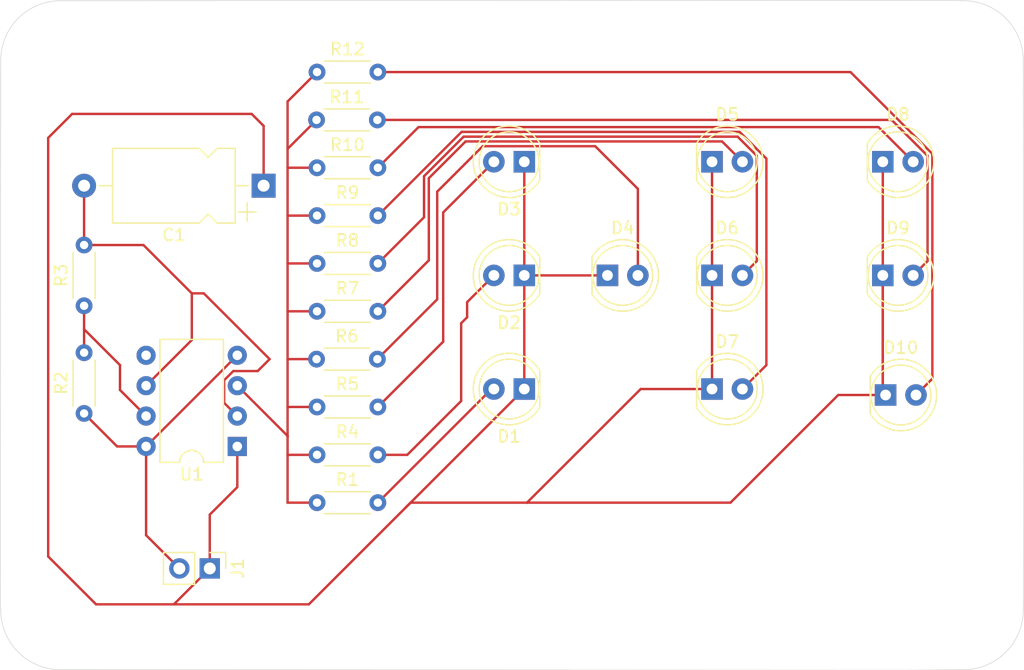
<source format=kicad_pcb>
(kicad_pcb (version 20240108) (generator "pcbnew") (generator_version "8.0")
  (layers (0 "F.Cu" signal) (31 "B.Cu" signal) (34 "B.Paste" user) (35 "F.Paste" user) (36 "B.SilkS" user "B.Silkscreen") (37 "F.SilkS" user "F.Silkscreen") (38 "B.Mask" user) (39 "F.Mask" user) (44 "Edge.Cuts" user))
  (net 0 "")
  (net 1 "Net-(U1-DIS)")
  (net 2 "GND")
  (net 3 "Net-(U1-THR)")
  (net 4 "Net-(U1-Q)")
  (net 5 "Net-(D1-A)")
  (net 6 "VCC")
  (net 8 "Net-(D2-A)")
  (net 9 "Net-(D3-A)")
  (net 10 "Net-(D4-A)")
  (net 11 "Net-(D5-A)")
  (net 12 "Net-(D6-A)")
  (net 13 "Net-(D7-A)")
  (net 14 "Net-(D8-A)")
  (net 15 "Net-(D9-A)")
  (net 16 "Net-(D10-A)")
  (footprint "Resistor_THT:R_Axial_DIN0204_L3.6mm_D1.6mm_P5.08mm_Horizontal" (layer "F.Cu") (at 128.92 83.5)
    (property "Reference" "R11" (at 2.54 -1.92 0) (layer "F.SilkS"))
    (property "Value" "330r")
    (fp_line (start 0.62 -0.92) (end 4.46 -0.92) (stroke (width 0.12)) (layer "F.SilkS"))
    (fp_line (start 0.62 0.92) (end 4.46 0.92) (stroke (width 0.12)) (layer "F.SilkS"))
    (pad "1" thru_hole circle (at 0 0) (size 1.4 1.4) (drill 0.7) (layers "*.Cu" "*.Mask") (net 4 "Net-(U1-Q)"))
    (pad "2" thru_hole oval (at 5.08 0) (size 1.4 1.4) (drill 0.7) (layers "*.Cu" "*.Mask") (net 15 "Net-(D9-A)"))
  )
  (footprint "LED_THT:LED_D5.0mm" (layer "F.Cu") (at 176.225 87)
    (property "Reference" "D8" (at 1.27 -3.96 0) (layer "F.SilkS"))
    (property "Value" "LED")
    (fp_line (start -1.29 -1.545) (end -1.29 1.545) (stroke (width 0.12)) (layer "F.SilkS"))
    (fp_arc (start -1.29 -1.54483) (mid 2.072002 -2.880433) (end 4.26 0.000462) (stroke (width 0.12)) (layer "F.SilkS"))
    (fp_arc (start 4.26 -0.000462) (mid 2.072002 2.880433) (end -1.29 1.54483) (stroke (width 0.12)) (layer "F.SilkS"))
    (fp_circle (center 1.27 0) (end 3.77 0) (stroke (width 0.12)) (fill none) (layer "F.SilkS"))
    (pad "1" thru_hole rect (at 0 0) (size 1.8 1.8) (drill 0.9) (layers "*.Cu" "*.Mask") (net 2 "GND"))
    (pad "2" thru_hole circle (at 2.54 0) (size 1.8 1.8) (drill 0.9) (layers "*.Cu" "*.Mask") (net 14 "Net-(D8-A)"))
  )
  (footprint "Resistor_THT:R_Axial_DIN0204_L3.6mm_D1.6mm_P5.08mm_Horizontal" (layer "F.Cu") (at 128.92 103.5)
    (property "Reference" "R6" (at 2.54 -1.92 0) (layer "F.SilkS"))
    (property "Value" "330r")
    (fp_line (start 0.62 -0.92) (end 4.46 -0.92) (stroke (width 0.12)) (layer "F.SilkS"))
    (fp_line (start 0.62 0.92) (end 4.46 0.92) (stroke (width 0.12)) (layer "F.SilkS"))
    (pad "1" thru_hole circle (at 0 0) (size 1.4 1.4) (drill 0.7) (layers "*.Cu" "*.Mask") (net 4 "Net-(U1-Q)"))
    (pad "2" thru_hole oval (at 5.08 0) (size 1.4 1.4) (drill 0.7) (layers "*.Cu" "*.Mask") (net 10 "Net-(D4-A)"))
  )
  (footprint "Resistor_THT:R_Axial_DIN0204_L3.6mm_D1.6mm_P5.08mm_Horizontal" (layer "F.Cu") (at 128.96 115.5)
    (property "Reference" "R1" (at 2.54 -1.92 0) (layer "F.SilkS"))
    (property "Value" "330r")
    (fp_line (start 0.62 -0.92) (end 4.46 -0.92) (stroke (width 0.12)) (layer "F.SilkS"))
    (fp_line (start 0.62 0.92) (end 4.46 0.92) (stroke (width 0.12)) (layer "F.SilkS"))
    (pad "1" thru_hole circle (at 0 0) (size 1.4 1.4) (drill 0.7) (layers "*.Cu" "*.Mask") (net 4 "Net-(U1-Q)"))
    (pad "2" thru_hole oval (at 5.08 0) (size 1.4 1.4) (drill 0.7) (layers "*.Cu" "*.Mask") (net 5 "Net-(D1-A)"))
  )
  (footprint "LED_THT:LED_D5.0mm" (layer "F.Cu") (at 146.275 87 180)
    (property "Reference" "D3" (at 1.27 -3.96 360) (layer "F.SilkS"))
    (property "Value" "LED")
    (fp_line (start -1.29 -1.545) (end -1.29 1.545) (stroke (width 0.12)) (layer "F.SilkS"))
    (fp_arc (start 4.26 -0.000462) (mid 2.072002 2.880433) (end -1.29 1.54483) (stroke (width 0.12)) (layer "F.SilkS"))
    (fp_arc (start -1.29 -1.54483) (mid 2.072002 -2.880433) (end 4.26 0.000462) (stroke (width 0.12)) (layer "F.SilkS"))
    (fp_circle (center 1.27 0) (end 3.77 0) (stroke (width 0.12)) (fill none) (layer "F.SilkS"))
    (pad "1" thru_hole rect (at 0 0 180) (size 1.8 1.8) (drill 0.9) (layers "*.Cu" "*.Mask") (net 2 "GND"))
    (pad "2" thru_hole circle (at 2.54 0 180) (size 1.8 1.8) (drill 0.9) (layers "*.Cu" "*.Mask") (net 9 "Net-(D3-A)"))
  )
  (footprint "Resistor_THT:R_Axial_DIN0204_L3.6mm_D1.6mm_P5.08mm_Horizontal" (layer "F.Cu") (at 128.96 95.5)
    (property "Reference" "R8" (at 2.54 -1.92 0) (layer "F.SilkS"))
    (property "Value" "330r")
    (fp_line (start 0.62 -0.92) (end 4.46 -0.92) (stroke (width 0.12)) (layer "F.SilkS"))
    (fp_line (start 0.62 0.92) (end 4.46 0.92) (stroke (width 0.12)) (layer "F.SilkS"))
    (pad "1" thru_hole circle (at 0 0) (size 1.4 1.4) (drill 0.7) (layers "*.Cu" "*.Mask") (net 4 "Net-(U1-Q)"))
    (pad "2" thru_hole oval (at 5.08 0) (size 1.4 1.4) (drill 0.7) (layers "*.Cu" "*.Mask") (net 12 "Net-(D6-A)"))
  )
  (footprint "LED_THT:LED_D5.0mm" (layer "F.Cu") (at 161.96 96.5)
    (property "Reference" "D6" (at 1.27 -3.96 0) (layer "F.SilkS"))
    (property "Value" "LED")
    (fp_line (start -1.29 -1.545) (end -1.29 1.545) (stroke (width 0.12)) (layer "F.SilkS"))
    (fp_arc (start -1.29 -1.54483) (mid 2.072002 -2.880433) (end 4.26 0.000462) (stroke (width 0.12)) (layer "F.SilkS"))
    (fp_arc (start 4.26 -0.000462) (mid 2.072002 2.880433) (end -1.29 1.54483) (stroke (width 0.12)) (layer "F.SilkS"))
    (fp_circle (center 1.27 0) (end 3.77 0) (stroke (width 0.12)) (fill none) (layer "F.SilkS"))
    (pad "1" thru_hole rect (at 0 0) (size 1.8 1.8) (drill 0.9) (layers "*.Cu" "*.Mask") (net 2 "GND"))
    (pad "2" thru_hole circle (at 2.54 0) (size 1.8 1.8) (drill 0.9) (layers "*.Cu" "*.Mask") (net 12 "Net-(D6-A)"))
  )
  (footprint "Resistor_THT:R_Axial_DIN0204_L3.6mm_D1.6mm_P5.08mm_Horizontal" (layer "F.Cu") (at 128.96 87.5)
    (property "Reference" "R10" (at 2.54 -1.92 0) (layer "F.SilkS"))
    (property "Value" "330r")
    (fp_line (start 0.62 -0.92) (end 4.46 -0.92) (stroke (width 0.12)) (layer "F.SilkS"))
    (fp_line (start 0.62 0.92) (end 4.46 0.92) (stroke (width 0.12)) (layer "F.SilkS"))
    (pad "1" thru_hole circle (at 0 0) (size 1.4 1.4) (drill 0.7) (layers "*.Cu" "*.Mask") (net 4 "Net-(U1-Q)"))
    (pad "2" thru_hole oval (at 5.08 0) (size 1.4 1.4) (drill 0.7) (layers "*.Cu" "*.Mask") (net 14 "Net-(D8-A)"))
  )
  (footprint "LED_THT:LED_D5.0mm" (layer "F.Cu") (at 161.96 87)
    (property "Reference" "D5" (at 1.27 -3.96 0) (layer "F.SilkS"))
    (property "Value" "LED")
    (fp_line (start -1.29 -1.545) (end -1.29 1.545) (stroke (width 0.12)) (layer "F.SilkS"))
    (fp_arc (start -1.29 -1.54483) (mid 2.072002 -2.880433) (end 4.26 0.000462) (stroke (width 0.12)) (layer "F.SilkS"))
    (fp_arc (start 4.26 -0.000462) (mid 2.072002 2.880433) (end -1.29 1.54483) (stroke (width 0.12)) (layer "F.SilkS"))
    (fp_circle (center 1.27 0) (end 3.77 0) (stroke (width 0.12)) (fill none) (layer "F.SilkS"))
    (pad "1" thru_hole rect (at 0 0) (size 1.8 1.8) (drill 0.9) (layers "*.Cu" "*.Mask") (net 2 "GND"))
    (pad "2" thru_hole circle (at 2.54 0) (size 1.8 1.8) (drill 0.9) (layers "*.Cu" "*.Mask") (net 11 "Net-(D5-A)"))
  )
  (footprint "Resistor_THT:R_Axial_DIN0204_L3.6mm_D1.6mm_P5.08mm_Horizontal" (layer "F.Cu") (at 128.96 91.5)
    (property "Reference" "R9" (at 2.54 -1.92 0) (layer "F.SilkS"))
    (property "Value" "330r")
    (fp_line (start 0.62 -0.92) (end 4.46 -0.92) (stroke (width 0.12)) (layer "F.SilkS"))
    (fp_line (start 0.62 0.92) (end 4.46 0.92) (stroke (width 0.12)) (layer "F.SilkS"))
    (pad "1" thru_hole circle (at 0 0) (size 1.4 1.4) (drill 0.7) (layers "*.Cu" "*.Mask") (net 4 "Net-(U1-Q)"))
    (pad "2" thru_hole oval (at 5.08 0) (size 1.4 1.4) (drill 0.7) (layers "*.Cu" "*.Mask") (net 13 "Net-(D7-A)"))
  )
  (footprint "Package_DIP:DIP-8_W7.62mm" (layer "F.Cu") (at 122.3 110.8 180)
    (property "Reference" "U1" (at 3.81 -2.33 360) (layer "F.SilkS"))
    (property "Value" "NE555P")
    (fp_line (start 6.46 8.95) (end 6.46 -1.33) (stroke (width 0.12)) (layer "F.SilkS"))
    (fp_line (start 6.46 -1.33) (end 4.81 -1.33) (stroke (width 0.12)) (layer "F.SilkS"))
    (fp_line (start 2.81 -1.33) (end 1.16 -1.33) (stroke (width 0.12)) (layer "F.SilkS"))
    (fp_line (start 1.16 8.95) (end 6.46 8.95) (stroke (width 0.12)) (layer "F.SilkS"))
    (fp_line (start 1.16 -1.33) (end 1.16 8.95) (stroke (width 0.12)) (layer "F.SilkS"))
    (fp_arc (start 4.81 -1.33) (mid 3.81 -0.33) (end 2.81 -1.33) (stroke (width 0.12)) (layer "F.SilkS"))
    (pad "1" thru_hole rect (at 0 0 180) (size 1.6 1.6) (drill 0.8) (layers "*.Cu" "*.Mask") (net 2 "GND"))
    (pad "2" thru_hole oval (at 0 2.54 180) (size 1.6 1.6) (drill 0.8) (layers "*.Cu" "*.Mask") (net 3 "Net-(U1-THR)"))
    (pad "3" thru_hole oval (at 0 5.08 180) (size 1.6 1.6) (drill 0.8) (layers "*.Cu" "*.Mask") (net 4 "Net-(U1-Q)"))
    (pad "4" thru_hole oval (at 0 7.62 180) (size 1.6 1.6) (drill 0.8) (layers "*.Cu" "*.Mask") (net 6 "VCC"))
    (pad "5" thru_hole oval (at 7.62 7.62 180) (size 1.6 1.6) (drill 0.8) (layers "*.Cu" "*.Mask"))
    (pad "6" thru_hole oval (at 7.62 5.08 180) (size 1.6 1.6) (drill 0.8) (layers "*.Cu" "*.Mask") (net 3 "Net-(U1-THR)"))
    (pad "7" thru_hole oval (at 7.62 2.54 180) (size 1.6 1.6) (drill 0.8) (layers "*.Cu" "*.Mask") (net 1 "Net-(U1-DIS)"))
    (pad "8" thru_hole oval (at 7.62 0 180) (size 1.6 1.6) (drill 0.8) (layers "*.Cu" "*.Mask") (net 6 "VCC"))
  )
  (footprint "Capacitor_THT:CP_Axial_L10.0mm_D6.0mm_P15.00mm_Horizontal" (layer "F.Cu") (at 124.5 89 180)
    (property "Reference" "C1" (at 7.5 -4.12 360) (layer "F.SilkS"))
    (property "Value" "C")
    (fp_line (start 13.76 0) (end 12.62 0) (stroke (width 0.12)) (layer "F.SilkS"))
    (fp_line (start 12.62 -3.12) (end 12.62 3.12) (stroke (width 0.12)) (layer "F.SilkS"))
    (fp_line (start 5.38 3.12) (end 12.62 3.12) (stroke (width 0.12)) (layer "F.SilkS"))
    (fp_line (start 5.38 -3.12) (end 12.62 -3.12) (stroke (width 0.12)) (layer "F.SilkS"))
    (fp_line (start 4.63 2.37) (end 5.38 3.12) (stroke (width 0.12)) (layer "F.SilkS"))
    (fp_line (start 4.63 -2.37) (end 5.38 -3.12) (stroke (width 0.12)) (layer "F.SilkS"))
    (fp_line (start 3.88 3.12) (end 4.63 2.37) (stroke (width 0.12)) (layer "F.SilkS"))
    (fp_line (start 3.88 -3.12) (end 4.63 -2.37) (stroke (width 0.12)) (layer "F.SilkS"))
    (fp_line (start 2.38 3.12) (end 3.88 3.12) (stroke (width 0.12)) (layer "F.SilkS"))
    (fp_line (start 2.38 -3.12) (end 3.88 -3.12) (stroke (width 0.12)) (layer "F.SilkS"))
    (fp_line (start 2.38 -3.12) (end 2.38 3.12) (stroke (width 0.12)) (layer "F.SilkS"))
    (fp_line (start 1.38 -2.95) (end 1.38 -1.45) (stroke (width 0.12)) (layer "F.SilkS"))
    (fp_line (start 1.24 0) (end 2.38 0) (stroke (width 0.12)) (layer "F.SilkS"))
    (fp_line (start 0.63 -2.2) (end 2.13 -2.2) (stroke (width 0.12)) (layer "F.SilkS"))
    (pad "1" thru_hole rect (at 0 0 180) (size 2 2) (drill 1) (layers "*.Cu" "*.Mask") (net 2 "GND"))
    (pad "2" thru_hole oval (at 15 0 180) (size 2 2) (drill 1) (layers "*.Cu" "*.Mask") (net 3 "Net-(U1-THR)"))
  )
  (footprint "Resistor_THT:R_Axial_DIN0204_L3.6mm_D1.6mm_P5.08mm_Horizontal" (layer "F.Cu") (at 128.96 79.5)
    (property "Reference" "R12" (at 2.54 -1.92 0) (layer "F.SilkS"))
    (property "Value" "330r")
    (fp_line (start 0.62 -0.92) (end 4.46 -0.92) (stroke (width 0.12)) (layer "F.SilkS"))
    (fp_line (start 0.62 0.92) (end 4.46 0.92) (stroke (width 0.12)) (layer "F.SilkS"))
    (pad "1" thru_hole circle (at 0 0) (size 1.4 1.4) (drill 0.7) (layers "*.Cu" "*.Mask") (net 4 "Net-(U1-Q)"))
    (pad "2" thru_hole oval (at 5.08 0) (size 1.4 1.4) (drill 0.7) (layers "*.Cu" "*.Mask") (net 16 "Net-(D10-A)"))
  )
  (footprint "LED_THT:LED_D5.0mm" (layer "F.Cu") (at 146.275 96.5 180)
    (property "Reference" "D2" (at 1.27 -3.96 360) (layer "F.SilkS"))
    (property "Value" "LED")
    (fp_line (start -1.29 -1.545) (end -1.29 1.545) (stroke (width 0.12)) (layer "F.SilkS"))
    (fp_arc (start 4.26 -0.000462) (mid 2.072002 2.880433) (end -1.29 1.54483) (stroke (width 0.12)) (layer "F.SilkS"))
    (fp_arc (start -1.29 -1.54483) (mid 2.072002 -2.880433) (end 4.26 0.000462) (stroke (width 0.12)) (layer "F.SilkS"))
    (fp_circle (center 1.27 0) (end 3.77 0) (stroke (width 0.12)) (fill none) (layer "F.SilkS"))
    (pad "1" thru_hole rect (at 0 0 180) (size 1.8 1.8) (drill 0.9) (layers "*.Cu" "*.Mask") (net 2 "GND"))
    (pad "2" thru_hole circle (at 2.54 0 180) (size 1.8 1.8) (drill 0.9) (layers "*.Cu" "*.Mask") (net 8 "Net-(D2-A)"))
  )
  (footprint "Resistor_THT:R_Axial_DIN0204_L3.6mm_D1.6mm_P5.08mm_Horizontal" (layer "F.Cu") (at 128.96 107.5)
    (property "Reference" "R5" (at 2.54 -1.92 0) (layer "F.SilkS"))
    (property "Value" "330r")
    (fp_line (start 0.62 -0.92) (end 4.46 -0.92) (stroke (width 0.12)) (layer "F.SilkS"))
    (fp_line (start 0.62 0.92) (end 4.46 0.92) (stroke (width 0.12)) (layer "F.SilkS"))
    (pad "1" thru_hole circle (at 0 0) (size 1.4 1.4) (drill 0.7) (layers "*.Cu" "*.Mask") (net 4 "Net-(U1-Q)"))
    (pad "2" thru_hole oval (at 5.08 0) (size 1.4 1.4) (drill 0.7) (layers "*.Cu" "*.Mask") (net 9 "Net-(D3-A)"))
  )
  (footprint "Resistor_THT:R_Axial_DIN0204_L3.6mm_D1.6mm_P5.08mm_Horizontal" (layer "F.Cu") (at 128.96 99.5)
    (property "Reference" "R7" (at 2.54 -1.92 0) (layer "F.SilkS"))
    (property "Value" "330r")
    (fp_line (start 0.62 -0.92) (end 4.46 -0.92) (stroke (width 0.12)) (layer "F.SilkS"))
    (fp_line (start 0.62 0.92) (end 4.46 0.92) (stroke (width 0.12)) (layer "F.SilkS"))
    (pad "1" thru_hole circle (at 0 0) (size 1.4 1.4) (drill 0.7) (layers "*.Cu" "*.Mask") (net 4 "Net-(U1-Q)"))
    (pad "2" thru_hole oval (at 5.08 0) (size 1.4 1.4) (drill 0.7) (layers "*.Cu" "*.Mask") (net 11 "Net-(D5-A)"))
  )
  (footprint "Resistor_THT:R_Axial_DIN0204_L3.6mm_D1.6mm_P5.08mm_Horizontal" (layer "F.Cu") (at 109.5 99.04 90)
    (property "Reference" "R3" (at 2.54 -1.92 90) (layer "F.SilkS"))
    (property "Value" "470r")
    (fp_line (start 0.62 -0.92) (end 4.46 -0.92) (stroke (width 0.12)) (layer "F.SilkS"))
    (fp_line (start 0.62 0.92) (end 4.46 0.92) (stroke (width 0.12)) (layer "F.SilkS"))
    (pad "1" thru_hole circle (at 0 0 90) (size 1.4 1.4) (drill 0.7) (layers "*.Cu" "*.Mask") (net 1 "Net-(U1-DIS)"))
    (pad "2" thru_hole oval (at 5.08 0 90) (size 1.4 1.4) (drill 0.7) (layers "*.Cu" "*.Mask") (net 3 "Net-(U1-THR)"))
  )
  (footprint "LED_THT:LED_D5.0mm" (layer "F.Cu") (at 176.225 96.5)
    (property "Reference" "D9" (at 1.27 -3.96 0) (layer "F.SilkS"))
    (property "Value" "LED")
    (fp_line (start -1.29 -1.545) (end -1.29 1.545) (stroke (width 0.12)) (layer "F.SilkS"))
    (fp_arc (start -1.29 -1.54483) (mid 2.072002 -2.880433) (end 4.26 0.000462) (stroke (width 0.12)) (layer "F.SilkS"))
    (fp_arc (start 4.26 -0.000462) (mid 2.072002 2.880433) (end -1.29 1.54483) (stroke (width 0.12)) (layer "F.SilkS"))
    (fp_circle (center 1.27 0) (end 3.77 0) (stroke (width 0.12)) (fill none) (layer "F.SilkS"))
    (pad "1" thru_hole rect (at 0 0) (size 1.8 1.8) (drill 0.9) (layers "*.Cu" "*.Mask") (net 2 "GND"))
    (pad "2" thru_hole circle (at 2.54 0) (size 1.8 1.8) (drill 0.9) (layers "*.Cu" "*.Mask") (net 15 "Net-(D9-A)"))
  )
  (footprint "LED_THT:LED_D5.0mm" (layer "F.Cu") (at 176.46 106.5)
    (property "Reference" "D10" (at 1.27 -3.96 0) (layer "F.SilkS"))
    (property "Value" "LED")
    (fp_line (start -1.29 -1.545) (end -1.29 1.545) (stroke (width 0.12)) (layer "F.SilkS"))
    (fp_arc (start -1.29 -1.54483) (mid 2.072002 -2.880433) (end 4.26 0.000462) (stroke (width 0.12)) (layer "F.SilkS"))
    (fp_arc (start 4.26 -0.000462) (mid 2.072002 2.880433) (end -1.29 1.54483) (stroke (width 0.12)) (layer "F.SilkS"))
    (fp_circle (center 1.27 0) (end 3.77 0) (stroke (width 0.12)) (fill none) (layer "F.SilkS"))
    (pad "1" thru_hole rect (at 0 0) (size 1.8 1.8) (drill 0.9) (layers "*.Cu" "*.Mask") (net 2 "GND"))
    (pad "2" thru_hole circle (at 2.54 0) (size 1.8 1.8) (drill 0.9) (layers "*.Cu" "*.Mask") (net 16 "Net-(D10-A)"))
  )
  (footprint "Connector_PinHeader_2.54mm:PinHeader_1x02_P2.54mm_Vertical" (layer "F.Cu") (at 120 121 -90)
    (property "Reference" "J1" (at 0 -2.33 90) (layer "F.SilkS"))
    (property "Value" "Conn_01x02")
    (fp_line (start -1.33 3.87) (end 1.33 3.87) (stroke (width 0.12)) (layer "F.SilkS"))
    (fp_line (start -1.33 1.27) (end -1.33 3.87) (stroke (width 0.12)) (layer "F.SilkS"))
    (fp_line (start -1.33 1.27) (end 1.33 1.27) (stroke (width 0.12)) (layer "F.SilkS"))
    (fp_line (start 1.33 1.27) (end 1.33 3.87) (stroke (width 0.12)) (layer "F.SilkS"))
    (fp_line (start -1.33 0) (end -1.33 -1.33) (stroke (width 0.12)) (layer "F.SilkS"))
    (fp_line (start -1.33 -1.33) (end 0 -1.33) (stroke (width 0.12)) (layer "F.SilkS"))
    (pad "1" thru_hole rect (at 0 0 270) (size 1.7 1.7) (drill 1) (layers "*.Cu" "*.Mask") (net 2 "GND"))
    (pad "2" thru_hole oval (at 0 2.54 270) (size 1.7 1.7) (drill 1) (layers "*.Cu" "*.Mask") (net 6 "VCC"))
  )
  (footprint "Resistor_THT:R_Axial_DIN0204_L3.6mm_D1.6mm_P5.08mm_Horizontal" (layer "F.Cu") (at 128.96 111.5)
    (property "Reference" "R4" (at 2.54 -1.92 0) (layer "F.SilkS"))
    (property "Value" "330r")
    (fp_line (start 0.62 -0.92) (end 4.46 -0.92) (stroke (width 0.12)) (layer "F.SilkS"))
    (fp_line (start 0.62 0.92) (end 4.46 0.92) (stroke (width 0.12)) (layer "F.SilkS"))
    (pad "1" thru_hole circle (at 0 0) (size 1.4 1.4) (drill 0.7) (layers "*.Cu" "*.Mask") (net 4 "Net-(U1-Q)"))
    (pad "2" thru_hole oval (at 5.08 0) (size 1.4 1.4) (drill 0.7) (layers "*.Cu" "*.Mask") (net 8 "Net-(D2-A)"))
  )
  (footprint "Resistor_THT:R_Axial_DIN0204_L3.6mm_D1.6mm_P5.08mm_Horizontal" (layer "F.Cu") (at 109.5 108.04 90)
    (property "Reference" "R2" (at 2.54 -1.92 90) (layer "F.SilkS"))
    (property "Value" "1k")
    (fp_line (start 0.62 -0.92) (end 4.46 -0.92) (stroke (width 0.12)) (layer "F.SilkS"))
    (fp_line (start 0.62 0.92) (end 4.46 0.92) (stroke (width 0.12)) (layer "F.SilkS"))
    (pad "1" thru_hole circle (at 0 0 90) (size 1.4 1.4) (drill 0.7) (layers "*.Cu" "*.Mask") (net 6 "VCC"))
    (pad "2" thru_hole oval (at 5.08 0 90) (size 1.4 1.4) (drill 0.7) (layers "*.Cu" "*.Mask") (net 1 "Net-(U1-DIS)"))
  )
  (footprint "LED_THT:LED_D5.0mm" (layer "F.Cu") (at 146.275 106 180)
    (property "Reference" "D1" (at 1.27 -3.96 360) (layer "F.SilkS"))
    (property "Value" "LED")
    (fp_line (start -1.29 -1.545) (end -1.29 1.545) (stroke (width 0.12)) (layer "F.SilkS"))
    (fp_arc (start 4.26 -0.000462) (mid 2.072002 2.880433) (end -1.29 1.54483) (stroke (width 0.12)) (layer "F.SilkS"))
    (fp_arc (start -1.29 -1.54483) (mid 2.072002 -2.880433) (end 4.26 0.000462) (stroke (width 0.12)) (layer "F.SilkS"))
    (fp_circle (center 1.27 0) (end 3.77 0) (stroke (width 0.12)) (fill none) (layer "F.SilkS"))
    (pad "1" thru_hole rect (at 0 0 180) (size 1.8 1.8) (drill 0.9) (layers "*.Cu" "*.Mask") (net 2 "GND"))
    (pad "2" thru_hole circle (at 2.54 0 180) (size 1.8 1.8) (drill 0.9) (layers "*.Cu" "*.Mask") (net 5 "Net-(D1-A)"))
  )
  (footprint "LED_THT:LED_D5.0mm" (layer "F.Cu") (at 153.225 96.5)
    (property "Reference" "D4" (at 1.27 -3.96 0) (layer "F.SilkS"))
    (property "Value" "LED")
    (fp_line (start -1.29 -1.545) (end -1.29 1.545) (stroke (width 0.12)) (layer "F.SilkS"))
    (fp_arc (start -1.29 -1.54483) (mid 2.072002 -2.880433) (end 4.26 0.000462) (stroke (width 0.12)) (layer "F.SilkS"))
    (fp_arc (start 4.26 -0.000462) (mid 2.072002 2.880433) (end -1.29 1.54483) (stroke (width 0.12)) (layer "F.SilkS"))
    (fp_circle (center 1.27 0) (end 3.77 0) (stroke (width 0.12)) (fill none) (layer "F.SilkS"))
    (pad "1" thru_hole rect (at 0 0) (size 1.8 1.8) (drill 0.9) (layers "*.Cu" "*.Mask") (net 2 "GND"))
    (pad "2" thru_hole circle (at 2.54 0) (size 1.8 1.8) (drill 0.9) (layers "*.Cu" "*.Mask") (net 10 "Net-(D4-A)"))
  )
  (footprint "LED_THT:LED_D5.0mm" (layer "F.Cu") (at 161.96 106)
    (property "Reference" "D7" (at 1.27 -3.96 0) (layer "F.SilkS"))
    (property "Value" "LED")
    (fp_line (start -1.29 -1.545) (end -1.29 1.545) (stroke (width 0.12)) (layer "F.SilkS"))
    (fp_arc (start -1.29 -1.54483) (mid 2.072002 -2.880433) (end 4.26 0.000462) (stroke (width 0.12)) (layer "F.SilkS"))
    (fp_arc (start 4.26 -0.000462) (mid 2.072002 2.880433) (end -1.29 1.54483) (stroke (width 0.12)) (layer "F.SilkS"))
    (fp_circle (center 1.27 0) (end 3.77 0) (stroke (width 0.12)) (fill none) (layer "F.SilkS"))
    (pad "1" thru_hole rect (at 0 0) (size 1.8 1.8) (drill 0.9) (layers "*.Cu" "*.Mask") (net 2 "GND"))
    (pad "2" thru_hole circle (at 2.54 0) (size 1.8 1.8) (drill 0.9) (layers "*.Cu" "*.Mask") (net 13 "Net-(D7-A)"))
  )
  (gr_arc (start 182.964466 73.535534) (mid 186.5 75) (end 187.964466 78.535534) (stroke (width 0.05)) (layer "Edge.Cuts"))
  (gr_line (start 178.5 129.5) (end 182.964466 129.464466) (stroke (width 0.05)) (layer "Edge.Cuts"))
  (gr_line (start 102.5 124) (end 102.535534 124.464466) (stroke (width 0.05)) (layer "Edge.Cuts"))
  (gr_line (start 188 117) (end 187.964466 124.464466) (stroke (width 0.05)) (layer "Edge.Cuts"))
  (gr_arc (start 102.535534 78.535534) (mid 104 75) (end 107.535534 73.535534) (stroke (width 0.05)) (layer "Edge.Cuts"))
  (gr_line (start 102.535534 78.535534) (end 102.5 124) (stroke (width 0.05)) (layer "Edge.Cuts"))
  (gr_line (start 107.535534 73.535534) (end 182 73.5) (stroke (width 0.05)) (layer "Edge.Cuts"))
  (gr_line (start 182 73.5) (end 182.964466 73.535534) (stroke (width 0.05)) (layer "Edge.Cuts"))
  (gr_line (start 107.535534 129.464466) (end 178.5 129.5) (stroke (width 0.05)) (layer "Edge.Cuts"))
  (gr_arc (start 187.964466 124.464466) (mid 186.5 128) (end 182.964466 129.464466) (stroke (width 0.05)) (layer "Edge.Cuts"))
  (gr_line (start 187.964466 78.535534) (end 188 117) (stroke (width 0.05)) (layer "Edge.Cuts"))
  (gr_arc (start 107.535534 129.464466) (mid 104 128) (end 102.535534 124.464466) (stroke (width 0.05)) (layer "Edge.Cuts"))
  (segment (start 109.5 101) (end 109.5 99.04) (width 0.2) (layer "F.Cu") (net 1))
  (segment (start 109.5 102.96) (end 109.5 101) (width 0.2) (layer "F.Cu") (net 1))
  (segment (start 109.5 101) (end 112.5 104) (width 0.2) (layer "F.Cu") (net 1))
  (segment (start 112.5 106.08) (end 114.68 108.26) (width 0.2) (layer "F.Cu") (net 1))
  (segment (start 112.5 104) (end 112.5 106.08) (width 0.2) (layer "F.Cu") (net 1))
  (segment (start 176.225 106.265) (end 176.46 106.5) (width 0.2) (layer "F.Cu") (net 2))
  (segment (start 123.5 83) (end 108.5 83) (width 0.2) (layer "F.Cu") (net 2))
  (segment (start 136.775 115.5) (end 136.3875 115.8875) (width 0.2) (layer "F.Cu") (net 2))
  (segment (start 172.5 106.5) (end 163.5 115.5) (width 0.2) (layer "F.Cu") (net 2))
  (segment (start 161.96 87) (end 161.96 96.5) (width 0.2) (layer "F.Cu") (net 2))
  (segment (start 163.5 115.5) (end 146.5 115.5) (width 0.2) (layer "F.Cu") (net 2))
  (segment (start 122.3 114.2) (end 122.3 114) (width 0.2) (layer "F.Cu") (net 2))
  (segment (start 146.5 115.5) (end 136.775 115.5) (width 0.2) (layer "F.Cu") (net 2))
  (segment (start 156 106) (end 146.5 115.5) (width 0.2) (layer "F.Cu") (net 2))
  (segment (start 106.5 120) (end 110.5 124) (width 0.2) (layer "F.Cu") (net 2))
  (segment (start 124.5 89) (end 124.5 84) (width 0.2) (layer "F.Cu") (net 2))
  (segment (start 124.5 84) (end 123.5 83) (width 0.2) (layer "F.Cu") (net 2))
  (segment (start 176.46 106.5) (end 172.5 106.5) (width 0.2) (layer "F.Cu") (net 2))
  (segment (start 117 124) (end 120 121) (width 0.2) (layer "F.Cu") (net 2))
  (segment (start 161.96 96.5) (end 161.96 106) (width 0.2) (layer "F.Cu") (net 2))
  (segment (start 110.5 124) (end 117 124) (width 0.2) (layer "F.Cu") (net 2))
  (segment (start 153.225 96.5) (end 146.275 96.5) (width 0.2) (layer "F.Cu") (net 2))
  (segment (start 146.275 87) (end 146.275 96.5) (width 0.2) (layer "F.Cu") (net 2))
  (segment (start 161.96 106) (end 156 106) (width 0.2) (layer "F.Cu") (net 2))
  (segment (start 176.225 96.5) (end 176.225 106.265) (width 0.2) (layer "F.Cu") (net 2))
  (segment (start 146.275 106) (end 136.3875 115.8875) (width 0.2) (layer "F.Cu") (net 2))
  (segment (start 136.3875 115.8875) (end 128.275 124) (width 0.2) (layer "F.Cu") (net 2))
  (segment (start 106.5 85) (end 106.5 120) (width 0.2) (layer "F.Cu") (net 2))
  (segment (start 122.3 114) (end 122.3 110.8) (width 0.2) (layer "F.Cu") (net 2))
  (segment (start 108.5 83) (end 106.5 85) (width 0.2) (layer "F.Cu") (net 2))
  (segment (start 146.275 96.5) (end 146.275 106) (width 0.2) (layer "F.Cu") (net 2))
  (segment (start 176.225 87) (end 176.225 106.265) (width 0.2) (layer "F.Cu") (net 2))
  (segment (start 120 116.5) (end 122.3 114.2) (width 0.2) (layer "F.Cu") (net 2))
  (segment (start 120 121) (end 120 116.5) (width 0.2) (layer "F.Cu") (net 2))
  (segment (start 128.275 124) (end 117 124) (width 0.2) (layer "F.Cu") (net 2))
  (segment (start 109.5 89) (end 109.5 93.96) (width 0.2) (layer "F.Cu") (net 3))
  (segment (start 121.2 107.16) (end 121.2 105.264365) (width 0.2) (layer "F.Cu") (net 3))
  (segment (start 125 103.5) (end 119.5 98) (width 0.2) (layer "F.Cu") (net 3))
  (segment (start 122.3 108.26) (end 121.2 107.16) (width 0.2) (layer "F.Cu") (net 3))
  (segment (start 119.5 98) (end 118.5 98) (width 0.2) (layer "F.Cu") (net 3))
  (segment (start 121.964365 104.5) (end 124 104.5) (width 0.2) (layer "F.Cu") (net 3))
  (segment (start 121.2 105.264365) (end 121.964365 104.5) (width 0.2) (layer "F.Cu") (net 3))
  (segment (start 118.5 101.9) (end 118.5 98) (width 0.2) (layer "F.Cu") (net 3))
  (segment (start 124 104.5) (end 125 103.5) (width 0.2) (layer "F.Cu") (net 3))
  (segment (start 114.46 93.96) (end 109.5 93.96) (width 0.2) (layer "F.Cu") (net 3))
  (segment (start 118.5 98) (end 114.46 93.96) (width 0.2) (layer "F.Cu") (net 3))
  (segment (start 114.68 105.72) (end 118.5 101.9) (width 0.2) (layer "F.Cu") (net 3))
  (segment (start 126.5 115.5) (end 128.96 115.5) (width 0.2) (layer "F.Cu") (net 4))
  (segment (start 126.5 85.92) (end 128.92 83.5) (width 0.2) (layer "F.Cu") (net 4))
  (segment (start 126.5 107.5) (end 126.5 103.5) (width 0.2) (layer "F.Cu") (net 4))
  (segment (start 126.5 111.5) (end 126.5 115.5) (width 0.2) (layer "F.Cu") (net 4))
  (segment (start 128.96 87.5) (end 126.5 87.5) (width 0.2) (layer "F.Cu") (net 4))
  (segment (start 126.5 109.92) (end 126.5 110) (width 0.2) (layer "F.Cu") (net 4))
  (segment (start 126.5 99.5) (end 126.5 95.5) (width 0.2) (layer "F.Cu") (net 4))
  (segment (start 128.96 111.5) (end 126.5 111.5) (width 0.2) (layer "F.Cu") (net 4))
  (segment (start 126.5 87.5) (end 126.5 81.96) (width 0.2) (layer "F.Cu") (net 4))
  (segment (start 128.96 99.5) (end 126.5 99.5) (width 0.2) (layer "F.Cu") (net 4))
  (segment (start 126.5 103.5) (end 126.5 99.5) (width 0.2) (layer "F.Cu") (net 4))
  (segment (start 126.5 110) (end 126.5 111.5) (width 0.2) (layer "F.Cu") (net 4))
  (segment (start 126.5 107.5) (end 128.96 107.5) (width 0.2) (layer "F.Cu") (net 4))
  (segment (start 128.96 91.5) (end 126.5 91.5) (width 0.2) (layer "F.Cu") (net 4))
  (segment (start 126.5 81.96) (end 128.96 79.5) (width 0.2) (layer "F.Cu") (net 4))
  (segment (start 128.92 103.5) (end 126.5 103.5) (width 0.2) (layer "F.Cu") (net 4))
  (segment (start 126.5 110) (end 126.5 107.5) (width 0.2) (layer "F.Cu") (net 4))
  (segment (start 122.3 105.72) (end 126.5 109.92) (width 0.2) (layer "F.Cu") (net 4))
  (segment (start 128.96 95.5) (end 126.5 95.5) (width 0.2) (layer "F.Cu") (net 4))
  (segment (start 126.5 91.5) (end 126.5 87.5) (width 0.2) (layer "F.Cu") (net 4))
  (segment (start 126.5 95.5) (end 126.5 91.5) (width 0.2) (layer "F.Cu") (net 4))
  (segment (start 134 115.54) (end 134.04 115.5) (width 0.2) (layer "F.Cu") (net 5))
  (segment (start 134.04 115.5) (end 143.54 106) (width 0.2) (layer "F.Cu") (net 5))
  (segment (start 143.54 106) (end 143.735 106) (width 0.2) (layer "F.Cu") (net 5))
  (segment (start 114.68 110.8) (end 112.26 110.8) (width 0.2) (layer "F.Cu") (net 6))
  (segment (start 117.46 121) (end 114.68 118.22) (width 0.2) (layer "F.Cu") (net 6))
  (segment (start 122.3 103.18) (end 114.68 110.8) (width 0.2) (layer "F.Cu") (net 6))
  (segment (start 114.68 118.22) (end 114.68 110.8) (width 0.2) (layer "F.Cu") (net 6))
  (segment (start 112.26 110.8) (end 109.5 108.04) (width 0.2) (layer "F.Cu") (net 6))
  (segment (start 134.04 111.5) (end 136.5 111.5) (width 0.2) (layer "F.Cu") (net 8))
  (segment (start 136.5 111.5) (end 141 107) (width 0.2) (layer "F.Cu") (net 8))
  (segment (start 141.5 98.735) (end 143.735 96.5) (width 0.2) (layer "F.Cu") (net 8))
  (segment (start 141.5 100) (end 141.5 98.735) (width 0.2) (layer "F.Cu") (net 8))
  (segment (start 141 107) (end 141 100.5) (width 0.2) (layer "F.Cu") (net 8))
  (segment (start 141 100.5) (end 141.5 100) (width 0.2) (layer "F.Cu") (net 8))
  (segment (start 139.5 102.04) (end 139.5 91.235) (width 0.2) (layer "F.Cu") (net 9))
  (segment (start 139.5 91.235) (end 143.735 87) (width 0.2) (layer "F.Cu") (net 9))
  (segment (start 134.04 107.5) (end 139.5 102.04) (width 0.2) (layer "F.Cu") (net 9))
  (segment (start 142.8 85.7) (end 152.2 85.7) (width 0.2) (layer "F.Cu") (net 10))
  (segment (start 134 103.5) (end 139 98.5) (width 0.2) (layer "F.Cu") (net 10))
  (segment (start 152.2 85.7) (end 155.765 89.265) (width 0.2) (layer "F.Cu") (net 10))
  (segment (start 155.765 89.265) (end 155.765 96.5) (width 0.2) (layer "F.Cu") (net 10))
  (segment (start 139 98.5) (end 139 89.5) (width 0.2) (layer "F.Cu") (net 10))
  (segment (start 139 89.5) (end 142.8 85.7) (width 0.2) (layer "F.Cu") (net 10))
  (segment (start 162.8 85.3) (end 164.5 87) (width 0.2) (layer "F.Cu") (net 11))
  (segment (start 141.371372 85.3) (end 162.8 85.3) (width 0.2) (layer "F.Cu") (net 11))
  (segment (start 138.3 88.371372) (end 141.371372 85.3) (width 0.2) (layer "F.Cu") (net 11))
  (segment (start 134.04 99.5) (end 138.3 95.24) (width 0.2) (layer "F.Cu") (net 11))
  (segment (start 138.3 95.24) (end 138.3 88.371372) (width 0.2) (layer "F.Cu") (net 11))
  (segment (start 165.7 95.3) (end 164.5 96.5) (width 0.2) (layer "F.Cu") (net 12))
  (segment (start 141.205686 84.9) (end 164.097057 84.9) (width 0.2) (layer "F.Cu") (net 12))
  (segment (start 134.04 95.5) (end 137.9 91.64) (width 0.2) (layer "F.Cu") (net 12))
  (segment (start 137.9 91.64) (end 137.9 88.205686) (width 0.2) (layer "F.Cu") (net 12))
  (segment (start 165.7 86.502943) (end 165.7 95.3) (width 0.2) (layer "F.Cu") (net 12))
  (segment (start 164.097057 84.9) (end 165.7 86.502943) (width 0.2) (layer "F.Cu") (net 12))
  (segment (start 137.9 88.205686) (end 141.205686 84.9) (width 0.2) (layer "F.Cu") (net 12))
  (segment (start 166.5 104) (end 164.5 106) (width 0.2) (layer "F.Cu") (net 13))
  (segment (start 166.5 86.737257) (end 166.5 104) (width 0.2) (layer "F.Cu") (net 13))
  (segment (start 134.04 91.5) (end 141.04 84.5) (width 0.2) (layer "F.Cu") (net 13))
  (segment (start 141.04 84.5) (end 164.262743 84.5) (width 0.2) (layer "F.Cu") (net 13))
  (segment (start 164.262743 84.5) (end 166.5 86.737257) (width 0.2) (layer "F.Cu") (net 13))
  (segment (start 134.04 87.5) (end 137.44 84.1) (width 0.2) (layer "F.Cu") (net 14))
  (segment (start 175.865 84.1) (end 178.765 87) (width 0.2) (layer "F.Cu") (net 14))
  (segment (start 137.44 84.1) (end 175.865 84.1) (width 0.2) (layer "F.Cu") (net 14))
  (segment (start 179.965 86.502943) (end 179.965 95.3) (width 0.2) (layer "F.Cu") (net 15))
  (segment (start 176.962057 83.5) (end 179.965 86.502943) (width 0.2) (layer "F.Cu") (net 15))
  (segment (start 179.965 95.3) (end 178.765 96.5) (width 0.2) (layer "F.Cu") (net 15))
  (segment (start 134 83.5) (end 176.962057 83.5) (width 0.2) (layer "F.Cu") (net 15))
  (segment (start 180.365 86.337257) (end 180.365 105.135) (width 0.2) (layer "F.Cu") (net 16))
  (segment (start 134.04 79.5) (end 173.527743 79.5) (width 0.2) (layer "F.Cu") (net 16))
  (segment (start 180.365 105.135) (end 179 106.5) (width 0.2) (layer "F.Cu") (net 16))
  (segment (start 173.527743 79.5) (end 180.365 86.337257) (width 0.2) (layer "F.Cu") (net 16))
)
</source>
